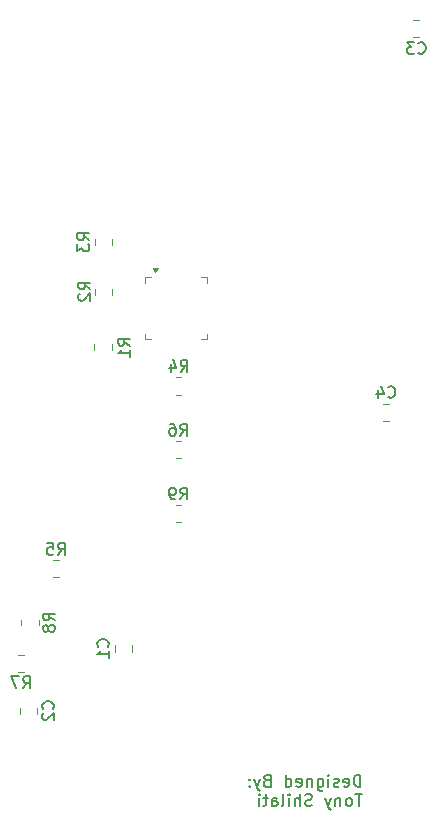
<source format=gbr>
%TF.GenerationSoftware,KiCad,Pcbnew,9.0.5*%
%TF.CreationDate,2025-10-06T18:32:33-05:00*%
%TF.ProjectId,ATO-Encoder-PCB,41544f2d-456e-4636-9f64-65722d504342,rev?*%
%TF.SameCoordinates,Original*%
%TF.FileFunction,Legend,Bot*%
%TF.FilePolarity,Positive*%
%FSLAX46Y46*%
G04 Gerber Fmt 4.6, Leading zero omitted, Abs format (unit mm)*
G04 Created by KiCad (PCBNEW 9.0.5) date 2025-10-06 18:32:33*
%MOMM*%
%LPD*%
G01*
G04 APERTURE LIST*
%ADD10C,0.203200*%
%ADD11C,0.150000*%
%ADD12C,0.120000*%
G04 APERTURE END LIST*
D10*
X167324411Y-119929390D02*
X167324411Y-118913390D01*
X167324411Y-118913390D02*
X167082506Y-118913390D01*
X167082506Y-118913390D02*
X166937363Y-118961771D01*
X166937363Y-118961771D02*
X166840601Y-119058533D01*
X166840601Y-119058533D02*
X166792220Y-119155295D01*
X166792220Y-119155295D02*
X166743839Y-119348819D01*
X166743839Y-119348819D02*
X166743839Y-119493962D01*
X166743839Y-119493962D02*
X166792220Y-119687486D01*
X166792220Y-119687486D02*
X166840601Y-119784248D01*
X166840601Y-119784248D02*
X166937363Y-119881010D01*
X166937363Y-119881010D02*
X167082506Y-119929390D01*
X167082506Y-119929390D02*
X167324411Y-119929390D01*
X165921363Y-119881010D02*
X166018125Y-119929390D01*
X166018125Y-119929390D02*
X166211649Y-119929390D01*
X166211649Y-119929390D02*
X166308411Y-119881010D01*
X166308411Y-119881010D02*
X166356792Y-119784248D01*
X166356792Y-119784248D02*
X166356792Y-119397200D01*
X166356792Y-119397200D02*
X166308411Y-119300438D01*
X166308411Y-119300438D02*
X166211649Y-119252057D01*
X166211649Y-119252057D02*
X166018125Y-119252057D01*
X166018125Y-119252057D02*
X165921363Y-119300438D01*
X165921363Y-119300438D02*
X165872982Y-119397200D01*
X165872982Y-119397200D02*
X165872982Y-119493962D01*
X165872982Y-119493962D02*
X166356792Y-119590724D01*
X165485935Y-119881010D02*
X165389173Y-119929390D01*
X165389173Y-119929390D02*
X165195649Y-119929390D01*
X165195649Y-119929390D02*
X165098887Y-119881010D01*
X165098887Y-119881010D02*
X165050506Y-119784248D01*
X165050506Y-119784248D02*
X165050506Y-119735867D01*
X165050506Y-119735867D02*
X165098887Y-119639105D01*
X165098887Y-119639105D02*
X165195649Y-119590724D01*
X165195649Y-119590724D02*
X165340792Y-119590724D01*
X165340792Y-119590724D02*
X165437554Y-119542343D01*
X165437554Y-119542343D02*
X165485935Y-119445581D01*
X165485935Y-119445581D02*
X165485935Y-119397200D01*
X165485935Y-119397200D02*
X165437554Y-119300438D01*
X165437554Y-119300438D02*
X165340792Y-119252057D01*
X165340792Y-119252057D02*
X165195649Y-119252057D01*
X165195649Y-119252057D02*
X165098887Y-119300438D01*
X164615078Y-119929390D02*
X164615078Y-119252057D01*
X164615078Y-118913390D02*
X164663459Y-118961771D01*
X164663459Y-118961771D02*
X164615078Y-119010152D01*
X164615078Y-119010152D02*
X164566697Y-118961771D01*
X164566697Y-118961771D02*
X164615078Y-118913390D01*
X164615078Y-118913390D02*
X164615078Y-119010152D01*
X163695839Y-119252057D02*
X163695839Y-120074533D01*
X163695839Y-120074533D02*
X163744220Y-120171295D01*
X163744220Y-120171295D02*
X163792601Y-120219676D01*
X163792601Y-120219676D02*
X163889363Y-120268057D01*
X163889363Y-120268057D02*
X164034506Y-120268057D01*
X164034506Y-120268057D02*
X164131268Y-120219676D01*
X163695839Y-119881010D02*
X163792601Y-119929390D01*
X163792601Y-119929390D02*
X163986125Y-119929390D01*
X163986125Y-119929390D02*
X164082887Y-119881010D01*
X164082887Y-119881010D02*
X164131268Y-119832629D01*
X164131268Y-119832629D02*
X164179649Y-119735867D01*
X164179649Y-119735867D02*
X164179649Y-119445581D01*
X164179649Y-119445581D02*
X164131268Y-119348819D01*
X164131268Y-119348819D02*
X164082887Y-119300438D01*
X164082887Y-119300438D02*
X163986125Y-119252057D01*
X163986125Y-119252057D02*
X163792601Y-119252057D01*
X163792601Y-119252057D02*
X163695839Y-119300438D01*
X163212030Y-119252057D02*
X163212030Y-119929390D01*
X163212030Y-119348819D02*
X163163649Y-119300438D01*
X163163649Y-119300438D02*
X163066887Y-119252057D01*
X163066887Y-119252057D02*
X162921744Y-119252057D01*
X162921744Y-119252057D02*
X162824982Y-119300438D01*
X162824982Y-119300438D02*
X162776601Y-119397200D01*
X162776601Y-119397200D02*
X162776601Y-119929390D01*
X161905744Y-119881010D02*
X162002506Y-119929390D01*
X162002506Y-119929390D02*
X162196030Y-119929390D01*
X162196030Y-119929390D02*
X162292792Y-119881010D01*
X162292792Y-119881010D02*
X162341173Y-119784248D01*
X162341173Y-119784248D02*
X162341173Y-119397200D01*
X162341173Y-119397200D02*
X162292792Y-119300438D01*
X162292792Y-119300438D02*
X162196030Y-119252057D01*
X162196030Y-119252057D02*
X162002506Y-119252057D01*
X162002506Y-119252057D02*
X161905744Y-119300438D01*
X161905744Y-119300438D02*
X161857363Y-119397200D01*
X161857363Y-119397200D02*
X161857363Y-119493962D01*
X161857363Y-119493962D02*
X162341173Y-119590724D01*
X160986506Y-119929390D02*
X160986506Y-118913390D01*
X160986506Y-119881010D02*
X161083268Y-119929390D01*
X161083268Y-119929390D02*
X161276792Y-119929390D01*
X161276792Y-119929390D02*
X161373554Y-119881010D01*
X161373554Y-119881010D02*
X161421935Y-119832629D01*
X161421935Y-119832629D02*
X161470316Y-119735867D01*
X161470316Y-119735867D02*
X161470316Y-119445581D01*
X161470316Y-119445581D02*
X161421935Y-119348819D01*
X161421935Y-119348819D02*
X161373554Y-119300438D01*
X161373554Y-119300438D02*
X161276792Y-119252057D01*
X161276792Y-119252057D02*
X161083268Y-119252057D01*
X161083268Y-119252057D02*
X160986506Y-119300438D01*
X159389935Y-119397200D02*
X159244792Y-119445581D01*
X159244792Y-119445581D02*
X159196411Y-119493962D01*
X159196411Y-119493962D02*
X159148030Y-119590724D01*
X159148030Y-119590724D02*
X159148030Y-119735867D01*
X159148030Y-119735867D02*
X159196411Y-119832629D01*
X159196411Y-119832629D02*
X159244792Y-119881010D01*
X159244792Y-119881010D02*
X159341554Y-119929390D01*
X159341554Y-119929390D02*
X159728602Y-119929390D01*
X159728602Y-119929390D02*
X159728602Y-118913390D01*
X159728602Y-118913390D02*
X159389935Y-118913390D01*
X159389935Y-118913390D02*
X159293173Y-118961771D01*
X159293173Y-118961771D02*
X159244792Y-119010152D01*
X159244792Y-119010152D02*
X159196411Y-119106914D01*
X159196411Y-119106914D02*
X159196411Y-119203676D01*
X159196411Y-119203676D02*
X159244792Y-119300438D01*
X159244792Y-119300438D02*
X159293173Y-119348819D01*
X159293173Y-119348819D02*
X159389935Y-119397200D01*
X159389935Y-119397200D02*
X159728602Y-119397200D01*
X158809364Y-119252057D02*
X158567459Y-119929390D01*
X158325554Y-119252057D02*
X158567459Y-119929390D01*
X158567459Y-119929390D02*
X158664221Y-120171295D01*
X158664221Y-120171295D02*
X158712602Y-120219676D01*
X158712602Y-120219676D02*
X158809364Y-120268057D01*
X157938507Y-119832629D02*
X157890126Y-119881010D01*
X157890126Y-119881010D02*
X157938507Y-119929390D01*
X157938507Y-119929390D02*
X157986888Y-119881010D01*
X157986888Y-119881010D02*
X157938507Y-119832629D01*
X157938507Y-119832629D02*
X157938507Y-119929390D01*
X157938507Y-119300438D02*
X157890126Y-119348819D01*
X157890126Y-119348819D02*
X157938507Y-119397200D01*
X157938507Y-119397200D02*
X157986888Y-119348819D01*
X157986888Y-119348819D02*
X157938507Y-119300438D01*
X157938507Y-119300438D02*
X157938507Y-119397200D01*
X167469554Y-120549093D02*
X166888982Y-120549093D01*
X167179268Y-121565093D02*
X167179268Y-120549093D01*
X166405173Y-121565093D02*
X166501935Y-121516713D01*
X166501935Y-121516713D02*
X166550316Y-121468332D01*
X166550316Y-121468332D02*
X166598697Y-121371570D01*
X166598697Y-121371570D02*
X166598697Y-121081284D01*
X166598697Y-121081284D02*
X166550316Y-120984522D01*
X166550316Y-120984522D02*
X166501935Y-120936141D01*
X166501935Y-120936141D02*
X166405173Y-120887760D01*
X166405173Y-120887760D02*
X166260030Y-120887760D01*
X166260030Y-120887760D02*
X166163268Y-120936141D01*
X166163268Y-120936141D02*
X166114887Y-120984522D01*
X166114887Y-120984522D02*
X166066506Y-121081284D01*
X166066506Y-121081284D02*
X166066506Y-121371570D01*
X166066506Y-121371570D02*
X166114887Y-121468332D01*
X166114887Y-121468332D02*
X166163268Y-121516713D01*
X166163268Y-121516713D02*
X166260030Y-121565093D01*
X166260030Y-121565093D02*
X166405173Y-121565093D01*
X165631078Y-120887760D02*
X165631078Y-121565093D01*
X165631078Y-120984522D02*
X165582697Y-120936141D01*
X165582697Y-120936141D02*
X165485935Y-120887760D01*
X165485935Y-120887760D02*
X165340792Y-120887760D01*
X165340792Y-120887760D02*
X165244030Y-120936141D01*
X165244030Y-120936141D02*
X165195649Y-121032903D01*
X165195649Y-121032903D02*
X165195649Y-121565093D01*
X164808602Y-120887760D02*
X164566697Y-121565093D01*
X164324792Y-120887760D02*
X164566697Y-121565093D01*
X164566697Y-121565093D02*
X164663459Y-121806998D01*
X164663459Y-121806998D02*
X164711840Y-121855379D01*
X164711840Y-121855379D02*
X164808602Y-121903760D01*
X163212031Y-121516713D02*
X163066888Y-121565093D01*
X163066888Y-121565093D02*
X162824983Y-121565093D01*
X162824983Y-121565093D02*
X162728221Y-121516713D01*
X162728221Y-121516713D02*
X162679840Y-121468332D01*
X162679840Y-121468332D02*
X162631459Y-121371570D01*
X162631459Y-121371570D02*
X162631459Y-121274808D01*
X162631459Y-121274808D02*
X162679840Y-121178046D01*
X162679840Y-121178046D02*
X162728221Y-121129665D01*
X162728221Y-121129665D02*
X162824983Y-121081284D01*
X162824983Y-121081284D02*
X163018507Y-121032903D01*
X163018507Y-121032903D02*
X163115269Y-120984522D01*
X163115269Y-120984522D02*
X163163650Y-120936141D01*
X163163650Y-120936141D02*
X163212031Y-120839379D01*
X163212031Y-120839379D02*
X163212031Y-120742617D01*
X163212031Y-120742617D02*
X163163650Y-120645855D01*
X163163650Y-120645855D02*
X163115269Y-120597474D01*
X163115269Y-120597474D02*
X163018507Y-120549093D01*
X163018507Y-120549093D02*
X162776602Y-120549093D01*
X162776602Y-120549093D02*
X162631459Y-120597474D01*
X162196031Y-121565093D02*
X162196031Y-120549093D01*
X161760602Y-121565093D02*
X161760602Y-121032903D01*
X161760602Y-121032903D02*
X161808983Y-120936141D01*
X161808983Y-120936141D02*
X161905745Y-120887760D01*
X161905745Y-120887760D02*
X162050888Y-120887760D01*
X162050888Y-120887760D02*
X162147650Y-120936141D01*
X162147650Y-120936141D02*
X162196031Y-120984522D01*
X161276793Y-121565093D02*
X161276793Y-120887760D01*
X161276793Y-120549093D02*
X161325174Y-120597474D01*
X161325174Y-120597474D02*
X161276793Y-120645855D01*
X161276793Y-120645855D02*
X161228412Y-120597474D01*
X161228412Y-120597474D02*
X161276793Y-120549093D01*
X161276793Y-120549093D02*
X161276793Y-120645855D01*
X160647840Y-121565093D02*
X160744602Y-121516713D01*
X160744602Y-121516713D02*
X160792983Y-121419951D01*
X160792983Y-121419951D02*
X160792983Y-120549093D01*
X159825364Y-121565093D02*
X159825364Y-121032903D01*
X159825364Y-121032903D02*
X159873745Y-120936141D01*
X159873745Y-120936141D02*
X159970507Y-120887760D01*
X159970507Y-120887760D02*
X160164031Y-120887760D01*
X160164031Y-120887760D02*
X160260793Y-120936141D01*
X159825364Y-121516713D02*
X159922126Y-121565093D01*
X159922126Y-121565093D02*
X160164031Y-121565093D01*
X160164031Y-121565093D02*
X160260793Y-121516713D01*
X160260793Y-121516713D02*
X160309174Y-121419951D01*
X160309174Y-121419951D02*
X160309174Y-121323189D01*
X160309174Y-121323189D02*
X160260793Y-121226427D01*
X160260793Y-121226427D02*
X160164031Y-121178046D01*
X160164031Y-121178046D02*
X159922126Y-121178046D01*
X159922126Y-121178046D02*
X159825364Y-121129665D01*
X159486698Y-120887760D02*
X159099650Y-120887760D01*
X159341555Y-120549093D02*
X159341555Y-121419951D01*
X159341555Y-121419951D02*
X159293174Y-121516713D01*
X159293174Y-121516713D02*
X159196412Y-121565093D01*
X159196412Y-121565093D02*
X159099650Y-121565093D01*
X158760984Y-121565093D02*
X158760984Y-120887760D01*
X158760984Y-120549093D02*
X158809365Y-120597474D01*
X158809365Y-120597474D02*
X158760984Y-120645855D01*
X158760984Y-120645855D02*
X158712603Y-120597474D01*
X158712603Y-120597474D02*
X158760984Y-120549093D01*
X158760984Y-120549093D02*
X158760984Y-120645855D01*
D11*
X152079166Y-90204819D02*
X152412499Y-89728628D01*
X152650594Y-90204819D02*
X152650594Y-89204819D01*
X152650594Y-89204819D02*
X152269642Y-89204819D01*
X152269642Y-89204819D02*
X152174404Y-89252438D01*
X152174404Y-89252438D02*
X152126785Y-89300057D01*
X152126785Y-89300057D02*
X152079166Y-89395295D01*
X152079166Y-89395295D02*
X152079166Y-89538152D01*
X152079166Y-89538152D02*
X152126785Y-89633390D01*
X152126785Y-89633390D02*
X152174404Y-89681009D01*
X152174404Y-89681009D02*
X152269642Y-89728628D01*
X152269642Y-89728628D02*
X152650594Y-89728628D01*
X151222023Y-89204819D02*
X151412499Y-89204819D01*
X151412499Y-89204819D02*
X151507737Y-89252438D01*
X151507737Y-89252438D02*
X151555356Y-89300057D01*
X151555356Y-89300057D02*
X151650594Y-89442914D01*
X151650594Y-89442914D02*
X151698213Y-89633390D01*
X151698213Y-89633390D02*
X151698213Y-90014342D01*
X151698213Y-90014342D02*
X151650594Y-90109580D01*
X151650594Y-90109580D02*
X151602975Y-90157200D01*
X151602975Y-90157200D02*
X151507737Y-90204819D01*
X151507737Y-90204819D02*
X151317261Y-90204819D01*
X151317261Y-90204819D02*
X151222023Y-90157200D01*
X151222023Y-90157200D02*
X151174404Y-90109580D01*
X151174404Y-90109580D02*
X151126785Y-90014342D01*
X151126785Y-90014342D02*
X151126785Y-89776247D01*
X151126785Y-89776247D02*
X151174404Y-89681009D01*
X151174404Y-89681009D02*
X151222023Y-89633390D01*
X151222023Y-89633390D02*
X151317261Y-89585771D01*
X151317261Y-89585771D02*
X151507737Y-89585771D01*
X151507737Y-89585771D02*
X151602975Y-89633390D01*
X151602975Y-89633390D02*
X151650594Y-89681009D01*
X151650594Y-89681009D02*
X151698213Y-89776247D01*
X141279198Y-113333757D02*
X141326818Y-113286138D01*
X141326818Y-113286138D02*
X141374437Y-113143281D01*
X141374437Y-113143281D02*
X141374437Y-113048043D01*
X141374437Y-113048043D02*
X141326818Y-112905186D01*
X141326818Y-112905186D02*
X141231579Y-112809948D01*
X141231579Y-112809948D02*
X141136341Y-112762329D01*
X141136341Y-112762329D02*
X140945865Y-112714710D01*
X140945865Y-112714710D02*
X140803008Y-112714710D01*
X140803008Y-112714710D02*
X140612532Y-112762329D01*
X140612532Y-112762329D02*
X140517294Y-112809948D01*
X140517294Y-112809948D02*
X140422056Y-112905186D01*
X140422056Y-112905186D02*
X140374437Y-113048043D01*
X140374437Y-113048043D02*
X140374437Y-113143281D01*
X140374437Y-113143281D02*
X140422056Y-113286138D01*
X140422056Y-113286138D02*
X140469675Y-113333757D01*
X140469675Y-113714710D02*
X140422056Y-113762329D01*
X140422056Y-113762329D02*
X140374437Y-113857567D01*
X140374437Y-113857567D02*
X140374437Y-114095662D01*
X140374437Y-114095662D02*
X140422056Y-114190900D01*
X140422056Y-114190900D02*
X140469675Y-114238519D01*
X140469675Y-114238519D02*
X140564913Y-114286138D01*
X140564913Y-114286138D02*
X140660151Y-114286138D01*
X140660151Y-114286138D02*
X140803008Y-114238519D01*
X140803008Y-114238519D02*
X141374437Y-113667091D01*
X141374437Y-113667091D02*
X141374437Y-114286138D01*
X145937880Y-108067460D02*
X145985500Y-108019841D01*
X145985500Y-108019841D02*
X146033119Y-107876984D01*
X146033119Y-107876984D02*
X146033119Y-107781746D01*
X146033119Y-107781746D02*
X145985500Y-107638889D01*
X145985500Y-107638889D02*
X145890261Y-107543651D01*
X145890261Y-107543651D02*
X145795023Y-107496032D01*
X145795023Y-107496032D02*
X145604547Y-107448413D01*
X145604547Y-107448413D02*
X145461690Y-107448413D01*
X145461690Y-107448413D02*
X145271214Y-107496032D01*
X145271214Y-107496032D02*
X145175976Y-107543651D01*
X145175976Y-107543651D02*
X145080738Y-107638889D01*
X145080738Y-107638889D02*
X145033119Y-107781746D01*
X145033119Y-107781746D02*
X145033119Y-107876984D01*
X145033119Y-107876984D02*
X145080738Y-108019841D01*
X145080738Y-108019841D02*
X145128357Y-108067460D01*
X146033119Y-109019841D02*
X146033119Y-108448413D01*
X146033119Y-108734127D02*
X145033119Y-108734127D01*
X145033119Y-108734127D02*
X145175976Y-108638889D01*
X145175976Y-108638889D02*
X145271214Y-108543651D01*
X145271214Y-108543651D02*
X145318833Y-108448413D01*
X141463119Y-105854960D02*
X140986928Y-105521627D01*
X141463119Y-105283532D02*
X140463119Y-105283532D01*
X140463119Y-105283532D02*
X140463119Y-105664484D01*
X140463119Y-105664484D02*
X140510738Y-105759722D01*
X140510738Y-105759722D02*
X140558357Y-105807341D01*
X140558357Y-105807341D02*
X140653595Y-105854960D01*
X140653595Y-105854960D02*
X140796452Y-105854960D01*
X140796452Y-105854960D02*
X140891690Y-105807341D01*
X140891690Y-105807341D02*
X140939309Y-105759722D01*
X140939309Y-105759722D02*
X140986928Y-105664484D01*
X140986928Y-105664484D02*
X140986928Y-105283532D01*
X140891690Y-106426389D02*
X140844071Y-106331151D01*
X140844071Y-106331151D02*
X140796452Y-106283532D01*
X140796452Y-106283532D02*
X140701214Y-106235913D01*
X140701214Y-106235913D02*
X140653595Y-106235913D01*
X140653595Y-106235913D02*
X140558357Y-106283532D01*
X140558357Y-106283532D02*
X140510738Y-106331151D01*
X140510738Y-106331151D02*
X140463119Y-106426389D01*
X140463119Y-106426389D02*
X140463119Y-106616865D01*
X140463119Y-106616865D02*
X140510738Y-106712103D01*
X140510738Y-106712103D02*
X140558357Y-106759722D01*
X140558357Y-106759722D02*
X140653595Y-106807341D01*
X140653595Y-106807341D02*
X140701214Y-106807341D01*
X140701214Y-106807341D02*
X140796452Y-106759722D01*
X140796452Y-106759722D02*
X140844071Y-106712103D01*
X140844071Y-106712103D02*
X140891690Y-106616865D01*
X140891690Y-106616865D02*
X140891690Y-106426389D01*
X140891690Y-106426389D02*
X140939309Y-106331151D01*
X140939309Y-106331151D02*
X140986928Y-106283532D01*
X140986928Y-106283532D02*
X141082166Y-106235913D01*
X141082166Y-106235913D02*
X141272642Y-106235913D01*
X141272642Y-106235913D02*
X141367880Y-106283532D01*
X141367880Y-106283532D02*
X141415500Y-106331151D01*
X141415500Y-106331151D02*
X141463119Y-106426389D01*
X141463119Y-106426389D02*
X141463119Y-106616865D01*
X141463119Y-106616865D02*
X141415500Y-106712103D01*
X141415500Y-106712103D02*
X141367880Y-106759722D01*
X141367880Y-106759722D02*
X141272642Y-106807341D01*
X141272642Y-106807341D02*
X141082166Y-106807341D01*
X141082166Y-106807341D02*
X140986928Y-106759722D01*
X140986928Y-106759722D02*
X140939309Y-106712103D01*
X140939309Y-106712103D02*
X140891690Y-106616865D01*
X169666666Y-86929580D02*
X169714285Y-86977200D01*
X169714285Y-86977200D02*
X169857142Y-87024819D01*
X169857142Y-87024819D02*
X169952380Y-87024819D01*
X169952380Y-87024819D02*
X170095237Y-86977200D01*
X170095237Y-86977200D02*
X170190475Y-86881961D01*
X170190475Y-86881961D02*
X170238094Y-86786723D01*
X170238094Y-86786723D02*
X170285713Y-86596247D01*
X170285713Y-86596247D02*
X170285713Y-86453390D01*
X170285713Y-86453390D02*
X170238094Y-86262914D01*
X170238094Y-86262914D02*
X170190475Y-86167676D01*
X170190475Y-86167676D02*
X170095237Y-86072438D01*
X170095237Y-86072438D02*
X169952380Y-86024819D01*
X169952380Y-86024819D02*
X169857142Y-86024819D01*
X169857142Y-86024819D02*
X169714285Y-86072438D01*
X169714285Y-86072438D02*
X169666666Y-86120057D01*
X168809523Y-86358152D02*
X168809523Y-87024819D01*
X169047618Y-85977200D02*
X169285713Y-86691485D01*
X169285713Y-86691485D02*
X168666666Y-86691485D01*
X172216666Y-57789580D02*
X172264285Y-57837200D01*
X172264285Y-57837200D02*
X172407142Y-57884819D01*
X172407142Y-57884819D02*
X172502380Y-57884819D01*
X172502380Y-57884819D02*
X172645237Y-57837200D01*
X172645237Y-57837200D02*
X172740475Y-57741961D01*
X172740475Y-57741961D02*
X172788094Y-57646723D01*
X172788094Y-57646723D02*
X172835713Y-57456247D01*
X172835713Y-57456247D02*
X172835713Y-57313390D01*
X172835713Y-57313390D02*
X172788094Y-57122914D01*
X172788094Y-57122914D02*
X172740475Y-57027676D01*
X172740475Y-57027676D02*
X172645237Y-56932438D01*
X172645237Y-56932438D02*
X172502380Y-56884819D01*
X172502380Y-56884819D02*
X172407142Y-56884819D01*
X172407142Y-56884819D02*
X172264285Y-56932438D01*
X172264285Y-56932438D02*
X172216666Y-56980057D01*
X171883332Y-56884819D02*
X171264285Y-56884819D01*
X171264285Y-56884819D02*
X171597618Y-57265771D01*
X171597618Y-57265771D02*
X171454761Y-57265771D01*
X171454761Y-57265771D02*
X171359523Y-57313390D01*
X171359523Y-57313390D02*
X171311904Y-57361009D01*
X171311904Y-57361009D02*
X171264285Y-57456247D01*
X171264285Y-57456247D02*
X171264285Y-57694342D01*
X171264285Y-57694342D02*
X171311904Y-57789580D01*
X171311904Y-57789580D02*
X171359523Y-57837200D01*
X171359523Y-57837200D02*
X171454761Y-57884819D01*
X171454761Y-57884819D02*
X171740475Y-57884819D01*
X171740475Y-57884819D02*
X171835713Y-57837200D01*
X171835713Y-57837200D02*
X171883332Y-57789580D01*
X152079166Y-95604819D02*
X152412499Y-95128628D01*
X152650594Y-95604819D02*
X152650594Y-94604819D01*
X152650594Y-94604819D02*
X152269642Y-94604819D01*
X152269642Y-94604819D02*
X152174404Y-94652438D01*
X152174404Y-94652438D02*
X152126785Y-94700057D01*
X152126785Y-94700057D02*
X152079166Y-94795295D01*
X152079166Y-94795295D02*
X152079166Y-94938152D01*
X152079166Y-94938152D02*
X152126785Y-95033390D01*
X152126785Y-95033390D02*
X152174404Y-95081009D01*
X152174404Y-95081009D02*
X152269642Y-95128628D01*
X152269642Y-95128628D02*
X152650594Y-95128628D01*
X151602975Y-95604819D02*
X151412499Y-95604819D01*
X151412499Y-95604819D02*
X151317261Y-95557200D01*
X151317261Y-95557200D02*
X151269642Y-95509580D01*
X151269642Y-95509580D02*
X151174404Y-95366723D01*
X151174404Y-95366723D02*
X151126785Y-95176247D01*
X151126785Y-95176247D02*
X151126785Y-94795295D01*
X151126785Y-94795295D02*
X151174404Y-94700057D01*
X151174404Y-94700057D02*
X151222023Y-94652438D01*
X151222023Y-94652438D02*
X151317261Y-94604819D01*
X151317261Y-94604819D02*
X151507737Y-94604819D01*
X151507737Y-94604819D02*
X151602975Y-94652438D01*
X151602975Y-94652438D02*
X151650594Y-94700057D01*
X151650594Y-94700057D02*
X151698213Y-94795295D01*
X151698213Y-94795295D02*
X151698213Y-95033390D01*
X151698213Y-95033390D02*
X151650594Y-95128628D01*
X151650594Y-95128628D02*
X151602975Y-95176247D01*
X151602975Y-95176247D02*
X151507737Y-95223866D01*
X151507737Y-95223866D02*
X151317261Y-95223866D01*
X151317261Y-95223866D02*
X151222023Y-95176247D01*
X151222023Y-95176247D02*
X151174404Y-95128628D01*
X151174404Y-95128628D02*
X151126785Y-95033390D01*
X144452141Y-77828751D02*
X143975950Y-77495418D01*
X144452141Y-77257323D02*
X143452141Y-77257323D01*
X143452141Y-77257323D02*
X143452141Y-77638275D01*
X143452141Y-77638275D02*
X143499760Y-77733513D01*
X143499760Y-77733513D02*
X143547379Y-77781132D01*
X143547379Y-77781132D02*
X143642617Y-77828751D01*
X143642617Y-77828751D02*
X143785474Y-77828751D01*
X143785474Y-77828751D02*
X143880712Y-77781132D01*
X143880712Y-77781132D02*
X143928331Y-77733513D01*
X143928331Y-77733513D02*
X143975950Y-77638275D01*
X143975950Y-77638275D02*
X143975950Y-77257323D01*
X143547379Y-78209704D02*
X143499760Y-78257323D01*
X143499760Y-78257323D02*
X143452141Y-78352561D01*
X143452141Y-78352561D02*
X143452141Y-78590656D01*
X143452141Y-78590656D02*
X143499760Y-78685894D01*
X143499760Y-78685894D02*
X143547379Y-78733513D01*
X143547379Y-78733513D02*
X143642617Y-78781132D01*
X143642617Y-78781132D02*
X143737855Y-78781132D01*
X143737855Y-78781132D02*
X143880712Y-78733513D01*
X143880712Y-78733513D02*
X144452141Y-78162085D01*
X144452141Y-78162085D02*
X144452141Y-78781132D01*
X152099260Y-84797494D02*
X152432593Y-84321303D01*
X152670688Y-84797494D02*
X152670688Y-83797494D01*
X152670688Y-83797494D02*
X152289736Y-83797494D01*
X152289736Y-83797494D02*
X152194498Y-83845113D01*
X152194498Y-83845113D02*
X152146879Y-83892732D01*
X152146879Y-83892732D02*
X152099260Y-83987970D01*
X152099260Y-83987970D02*
X152099260Y-84130827D01*
X152099260Y-84130827D02*
X152146879Y-84226065D01*
X152146879Y-84226065D02*
X152194498Y-84273684D01*
X152194498Y-84273684D02*
X152289736Y-84321303D01*
X152289736Y-84321303D02*
X152670688Y-84321303D01*
X151242117Y-84130827D02*
X151242117Y-84797494D01*
X151480212Y-83749875D02*
X151718307Y-84464160D01*
X151718307Y-84464160D02*
X151099260Y-84464160D01*
X141712466Y-100288946D02*
X142045799Y-99812755D01*
X142283894Y-100288946D02*
X142283894Y-99288946D01*
X142283894Y-99288946D02*
X141902942Y-99288946D01*
X141902942Y-99288946D02*
X141807704Y-99336565D01*
X141807704Y-99336565D02*
X141760085Y-99384184D01*
X141760085Y-99384184D02*
X141712466Y-99479422D01*
X141712466Y-99479422D02*
X141712466Y-99622279D01*
X141712466Y-99622279D02*
X141760085Y-99717517D01*
X141760085Y-99717517D02*
X141807704Y-99765136D01*
X141807704Y-99765136D02*
X141902942Y-99812755D01*
X141902942Y-99812755D02*
X142283894Y-99812755D01*
X140807704Y-99288946D02*
X141283894Y-99288946D01*
X141283894Y-99288946D02*
X141331513Y-99765136D01*
X141331513Y-99765136D02*
X141283894Y-99717517D01*
X141283894Y-99717517D02*
X141188656Y-99669898D01*
X141188656Y-99669898D02*
X140950561Y-99669898D01*
X140950561Y-99669898D02*
X140855323Y-99717517D01*
X140855323Y-99717517D02*
X140807704Y-99765136D01*
X140807704Y-99765136D02*
X140760085Y-99860374D01*
X140760085Y-99860374D02*
X140760085Y-100098469D01*
X140760085Y-100098469D02*
X140807704Y-100193707D01*
X140807704Y-100193707D02*
X140855323Y-100241327D01*
X140855323Y-100241327D02*
X140950561Y-100288946D01*
X140950561Y-100288946D02*
X141188656Y-100288946D01*
X141188656Y-100288946D02*
X141283894Y-100241327D01*
X141283894Y-100241327D02*
X141331513Y-100193707D01*
X147817512Y-82579146D02*
X147341321Y-82245813D01*
X147817512Y-82007718D02*
X146817512Y-82007718D01*
X146817512Y-82007718D02*
X146817512Y-82388670D01*
X146817512Y-82388670D02*
X146865131Y-82483908D01*
X146865131Y-82483908D02*
X146912750Y-82531527D01*
X146912750Y-82531527D02*
X147007988Y-82579146D01*
X147007988Y-82579146D02*
X147150845Y-82579146D01*
X147150845Y-82579146D02*
X147246083Y-82531527D01*
X147246083Y-82531527D02*
X147293702Y-82483908D01*
X147293702Y-82483908D02*
X147341321Y-82388670D01*
X147341321Y-82388670D02*
X147341321Y-82007718D01*
X147817512Y-83531527D02*
X147817512Y-82960099D01*
X147817512Y-83245813D02*
X146817512Y-83245813D01*
X146817512Y-83245813D02*
X146960369Y-83150575D01*
X146960369Y-83150575D02*
X147055607Y-83055337D01*
X147055607Y-83055337D02*
X147103226Y-82960099D01*
X138762466Y-111588946D02*
X139095799Y-111112755D01*
X139333894Y-111588946D02*
X139333894Y-110588946D01*
X139333894Y-110588946D02*
X138952942Y-110588946D01*
X138952942Y-110588946D02*
X138857704Y-110636565D01*
X138857704Y-110636565D02*
X138810085Y-110684184D01*
X138810085Y-110684184D02*
X138762466Y-110779422D01*
X138762466Y-110779422D02*
X138762466Y-110922279D01*
X138762466Y-110922279D02*
X138810085Y-111017517D01*
X138810085Y-111017517D02*
X138857704Y-111065136D01*
X138857704Y-111065136D02*
X138952942Y-111112755D01*
X138952942Y-111112755D02*
X139333894Y-111112755D01*
X138429132Y-110588946D02*
X137762466Y-110588946D01*
X137762466Y-110588946D02*
X138191037Y-111588946D01*
X144367454Y-73662258D02*
X143891263Y-73328925D01*
X144367454Y-73090830D02*
X143367454Y-73090830D01*
X143367454Y-73090830D02*
X143367454Y-73471782D01*
X143367454Y-73471782D02*
X143415073Y-73567020D01*
X143415073Y-73567020D02*
X143462692Y-73614639D01*
X143462692Y-73614639D02*
X143557930Y-73662258D01*
X143557930Y-73662258D02*
X143700787Y-73662258D01*
X143700787Y-73662258D02*
X143796025Y-73614639D01*
X143796025Y-73614639D02*
X143843644Y-73567020D01*
X143843644Y-73567020D02*
X143891263Y-73471782D01*
X143891263Y-73471782D02*
X143891263Y-73090830D01*
X143367454Y-73995592D02*
X143367454Y-74614639D01*
X143367454Y-74614639D02*
X143748406Y-74281306D01*
X143748406Y-74281306D02*
X143748406Y-74424163D01*
X143748406Y-74424163D02*
X143796025Y-74519401D01*
X143796025Y-74519401D02*
X143843644Y-74567020D01*
X143843644Y-74567020D02*
X143938882Y-74614639D01*
X143938882Y-74614639D02*
X144176977Y-74614639D01*
X144176977Y-74614639D02*
X144272215Y-74567020D01*
X144272215Y-74567020D02*
X144319835Y-74519401D01*
X144319835Y-74519401D02*
X144367454Y-74424163D01*
X144367454Y-74424163D02*
X144367454Y-74138449D01*
X144367454Y-74138449D02*
X144319835Y-74043211D01*
X144319835Y-74043211D02*
X144272215Y-73995592D01*
D12*
%TO.C,R6*%
X152139564Y-90665000D02*
X151685436Y-90665000D01*
X152139564Y-92135000D02*
X151685436Y-92135000D01*
%TO.C,C2*%
X138504618Y-113761676D02*
X138504618Y-113239172D01*
X139974618Y-113761676D02*
X139974618Y-113239172D01*
%TO.C,C1*%
X146523300Y-107972875D02*
X146523300Y-108495379D01*
X147993300Y-107972875D02*
X147993300Y-108495379D01*
%TO.C,R8*%
X138623300Y-106248691D02*
X138623300Y-105794563D01*
X140093300Y-106248691D02*
X140093300Y-105794563D01*
%TO.C,C4*%
X169761252Y-87515000D02*
X169238748Y-87515000D01*
X169761252Y-88985000D02*
X169238748Y-88985000D01*
%TO.C,C3*%
X171788748Y-55015000D02*
X172311252Y-55015000D01*
X171788748Y-56485000D02*
X172311252Y-56485000D01*
%TO.C,R9*%
X152139564Y-96065000D02*
X151685436Y-96065000D01*
X152139564Y-97535000D02*
X151685436Y-97535000D01*
%TO.C,R2*%
X144827635Y-78280989D02*
X144827635Y-77826861D01*
X146297635Y-78280989D02*
X146297635Y-77826861D01*
%TO.C,R4*%
X152139564Y-85265000D02*
X151685436Y-85265000D01*
X152139564Y-86735000D02*
X151685436Y-86735000D01*
%TO.C,R5*%
X141772864Y-100749127D02*
X141318736Y-100749127D01*
X141772864Y-102219127D02*
X141318736Y-102219127D01*
%TO.C,R1*%
X144802380Y-82472742D02*
X144802380Y-82926870D01*
X146272380Y-82472742D02*
X146272380Y-82926870D01*
%TO.C,R7*%
X138368736Y-108749127D02*
X138822864Y-108749127D01*
X138368736Y-110219127D02*
X138822864Y-110219127D01*
%TO.C,U1*%
X149102927Y-76818453D02*
X149102927Y-77293453D01*
X149102927Y-81563453D02*
X149102927Y-82038453D01*
X149102927Y-82038453D02*
X149577927Y-82038453D01*
X149577927Y-76818453D02*
X149102927Y-76818453D01*
X153847927Y-82038453D02*
X154322927Y-82038453D01*
X154322927Y-76818453D02*
X153847927Y-76818453D01*
X154322927Y-77293453D02*
X154322927Y-76818453D01*
X154322927Y-82038453D02*
X154322927Y-81563453D01*
X149962927Y-76318453D02*
X149722927Y-75988453D01*
X150202927Y-75988453D01*
X149962927Y-76318453D01*
G36*
X149962927Y-76318453D02*
G01*
X149722927Y-75988453D01*
X150202927Y-75988453D01*
X149962927Y-76318453D01*
G37*
%TO.C,R3*%
X144827635Y-73601861D02*
X144827635Y-74055989D01*
X146297635Y-73601861D02*
X146297635Y-74055989D01*
%TD*%
M02*

</source>
